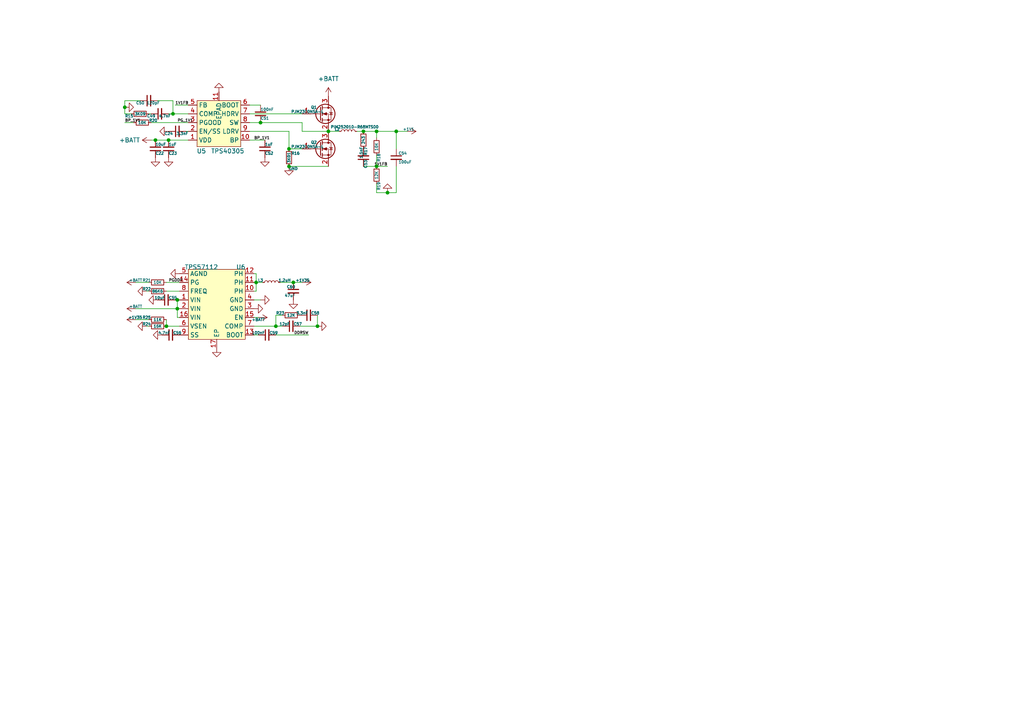
<source format=kicad_sch>
(kicad_sch (version 20230121) (generator eeschema)
  (paper "A4")
  (lib_symbols
    (symbol "Device:C_Small" (pin_numbers hide) (pin_names (offset 0.254) hide)
      (property "Reference" "C" (at 0.254 1.778 0))
      (property "Value" "C_Small" (at 0.254 -2.032 0))
      (symbol "C_Small_0_1"
        (polyline (pts (xy -1.524 -0.508) (xy 1.524 -0.508)) (stroke (width 0.3302)))
        (polyline (pts (xy -1.524 0.508) (xy 1.524 0.508)) (stroke (width 0.3048)))
      )
      (symbol "C_Small_1_1"
        (pin passive line (at 0 2.54 270) (length 2.032) (name "~") (number "1"))
        (pin passive line (at 0 -2.54 90) (length 2.032) (name "~") (number "2"))
      )
    )
    (symbol "Device:L_Small" (pin_numbers hide) (pin_names (offset 0.254) hide)
      (property "Reference" "L" (at 0.762 1.016 0))
      (property "Value" "L_Small" (at 0.762 -1.016 0))
      (symbol "L_Small_0_1"
        (arc (start 0 -2.032) (mid 0.5058 -1.524) (end 0 -1.016))
        (arc (start 0 -1.016) (mid 0.5058 -0.508) (end 0 0))
        (arc (start 0 0) (mid 0.5058 0.508) (end 0 1.016))
        (arc (start 0 1.016) (mid 0.5058 1.524) (end 0 2.032))
      )
      (symbol "L_Small_1_1"
        (pin passive line (at 0 2.54 270) (length 0.508) (name "~") (number "1"))
        (pin passive line (at 0 -2.54 90) (length 0.508) (name "~") (number "2"))
      )
    )
    (symbol "Device:Q_NMOS_GSD" (pin_names (offset 0) hide)
      (property "Reference" "Q" (at 5.08 1.27 0))
      (property "Value" "Q_NMOS_GSD" (at 5.08 -1.27 0))
      (symbol "Q_NMOS_GSD_0_1"
        (polyline (pts (xy 0.254 0) (xy -2.54 0)))
        (polyline (pts (xy 0.254 1.905) (xy 0.254 -1.905)) (stroke (width 0.254)))
        (polyline (pts (xy 0.762 -1.27) (xy 0.762 -2.286)) (stroke (width 0.254)))
        (polyline (pts (xy 0.762 0.508) (xy 0.762 -0.508)) (stroke (width 0.254)))
        (polyline (pts (xy 0.762 2.286) (xy 0.762 1.27)) (stroke (width 0.254)))
        (polyline (pts (xy 2.54 2.54) (xy 2.54 1.778)))
        (polyline (pts (xy 2.54 -2.54) (xy 2.54 0) (xy 0.762 0)))
        (polyline (pts (xy 0.762 -1.778) (xy 3.302 -1.778) (xy 3.302 1.778) (xy 0.762 1.778)))
        (polyline (pts (xy 1.016 0) (xy 2.032 0.381) (xy 2.032 -0.381) (xy 1.016 0)) (fill (type outline)))
        (polyline (pts (xy 2.794 0.508) (xy 2.921 0.381) (xy 3.683 0.381) (xy 3.81 0.254)))
        (polyline (pts (xy 3.302 0.381) (xy 2.921 -0.254) (xy 3.683 -0.254) (xy 3.302 0.381)))
        (circle (center 1.651 0) (radius 2.794) (stroke (width 0.254)))
        (circle (center 2.54 -1.778) (radius 0.254) (fill (type outline)))
        (circle (center 2.54 1.778) (radius 0.254) (fill (type outline)))
      )
      (symbol "Q_NMOS_GSD_1_1"
        (pin input line (at -5.08 0 0) (length 2.54) (name "G") (number "1"))
        (pin passive line (at 2.54 -5.08 90) (length 2.54) (name "S") (number "2"))
        (pin passive line (at 2.54 5.08 270) (length 2.54) (name "D") (number "3"))
      )
    )
    (symbol "Device:R_Small" (pin_numbers hide) (pin_names (offset 0.254) hide)
      (property "Reference" "R" (at 0.762 0.508 0))
      (property "Value" "R_Small" (at 0.762 -1.016 0))
      (symbol "R_Small_0_1"
        (rectangle (start -0.762 1.778) (end 0.762 -1.778) (stroke (width 0.2032)))
      )
      (symbol "R_Small_1_1"
        (pin passive line (at 0 2.54 270) (length 0.762) (name "~") (number "1"))
        (pin passive line (at 0 -2.54 90) (length 0.762) (name "~") (number "2"))
      )
    )
    (symbol "Project_Symbols:TPS40305"
      (property "Reference" "U" (at 0 3.175 0))
      (property "Value" "TPS40305" (at 0 1.27 0))
      (symbol "TPS40305_0_1"
        (rectangle (start -6.35 0) (end 6.35 -13.335) (fill (type background)))
      )
      (symbol "TPS40305_1_1"
        (pin input line (at -8.89 -1.905 0) (length 2.54) (name "VDD") (number "1"))
        (pin output line (at 8.89 -1.905 180) (length 2.54) (name "BP") (number "10"))
        (pin passive line (at 0 -15.875 90) (length 2.54) (name "EPAD") (number "11"))
        (pin input line (at -8.89 -4.445 0) (length 2.54) (name "EN/SS") (number "2"))
        (pin output line (at -8.89 -6.985 0) (length 2.54) (name "PGOOD") (number "3"))
        (pin output line (at -8.89 -9.525 0) (length 2.54) (name "COMP") (number "4"))
        (pin input line (at -8.89 -12.065 0) (length 2.54) (name "FB") (number "5"))
        (pin input line (at 8.89 -12.065 180) (length 2.54) (name "BOOT") (number "6"))
        (pin output line (at 8.89 -9.525 180) (length 2.54) (name "HDRV") (number "7"))
        (pin output line (at 8.89 -6.985 180) (length 2.54) (name "SW") (number "8"))
        (pin output line (at 8.89 -4.445 180) (length 2.54) (name "LDRV") (number "9"))
      )
    )
    (symbol "Project_Symbols:TPS57112"
      (property "Reference" "U" (at 0 2.54 0))
      (property "Value" "TPS57112" (at 0 0.635 0))
      (symbol "TPS57112_0_1"
        (rectangle (start -8.255 0) (end 8.255 -20.32) (fill (type background)))
      )
      (symbol "TPS57112_1_1"
        (pin input line (at -10.795 -8.89 0) (length 2.54) (name "VIN") (number "1"))
        (pin output line (at 10.795 -6.35 180) (length 2.54) (name "PH") (number "10"))
        (pin output line (at 10.795 -3.81 180) (length 2.54) (name "PH") (number "11"))
        (pin output line (at 10.795 -1.27 180) (length 2.54) (name "PH") (number "12"))
        (pin output line (at 10.795 -19.05 180) (length 2.54) (name "BOOT") (number "13"))
        (pin output line (at -10.795 -3.81 0) (length 2.54) (name "PG") (number "14"))
        (pin input line (at 10.795 -13.97 180) (length 2.54) (name "EN") (number "15"))
        (pin input line (at -10.795 -13.97 0) (length 2.54) (name "VIN") (number "16"))
        (pin passive line (at 0 -22.86 90) (length 2.54) (name "EP") (number "17"))
        (pin input line (at -10.795 -11.43 0) (length 2.54) (name "VIN") (number "2"))
        (pin passive line (at 10.795 -11.43 180) (length 2.54) (name "GND") (number "3"))
        (pin passive line (at 10.795 -8.89 180) (length 2.54) (name "GND") (number "4"))
        (pin passive line (at -10.795 -1.27 0) (length 2.54) (name "AGND") (number "5"))
        (pin input line (at -10.795 -16.51 0) (length 2.54) (name "VSEN") (number "6"))
        (pin output line (at 10.795 -16.51 180) (length 2.54) (name "COMP") (number "7"))
        (pin input line (at -10.795 -6.35 0) (length 2.54) (name "FREQ") (number "8"))
        (pin input line (at -10.795 -19.05 0) (length 2.54) (name "SS") (number "9"))
      )
    )
    (symbol "power:+1V1" (power) (pin_names (offset 0))
      (property "Value" "+1V1" (at 0 3.556 0))
      (symbol "+1V1_0_1"
        (polyline (pts (xy -0.762 1.27) (xy 0 2.54)))
        (polyline (pts (xy 0 0) (xy 0 2.54)))
        (polyline (pts (xy 0 2.54) (xy 0.762 1.27)))
      )
      (symbol "+1V1_1_1"
        (pin power_in line (at 0 0 90) (length 0) hide (name "+1V1") (number "1"))
      )
    )
    (symbol "power:+1V35" (power) (pin_names (offset 0))
      (property "Value" "+1V35" (at 0 3.556 0))
      (symbol "+1V35_0_1"
        (polyline (pts (xy -0.762 1.27) (xy 0 2.54)))
        (polyline (pts (xy 0 0) (xy 0 2.54)))
        (polyline (pts (xy 0 2.54) (xy 0.762 1.27)))
      )
      (symbol "+1V35_1_1"
        (pin power_in line (at 0 0 90) (length 0) hide (name "+1V35") (number "1"))
      )
    )
    (symbol "power:+BATT" (power) (pin_names (offset 0))
      (property "Value" "+BATT" (at 0 3.556 0))
      (symbol "+BATT_0_1"
        (polyline (pts (xy -0.762 1.27) (xy 0 2.54)))
        (polyline (pts (xy 0 0) (xy 0 2.54)))
        (polyline (pts (xy 0 2.54) (xy 0.762 1.27)))
      )
      (symbol "+BATT_1_1"
        (pin power_in line (at 0 0 90) (length 0) hide (name "+BATT") (number "1"))
      )
    )
    (symbol "power:GND" (power) (pin_names (offset 0))
      (property "Value" "GND" (at 0 -3.81 0))
      (symbol "GND_0_1"
        (polyline (pts (xy 0 0) (xy 0 -1.27) (xy 1.27 -1.27) (xy 0 -2.54) (xy -1.27 -1.27) (xy 0 -1.27)))
      )
      (symbol "GND_1_1"
        (pin power_in line (at 0 0 270) (length 0) hide (name "GND") (number "1"))
      )
    )
  )
  (junction (at 109.22 38.1))
  (junction (at 51.435 89.535))
  (junction (at 112.395 55.88))
  (junction (at 36.195 31.115))
  (junction (at 48.895 40.64))
  (junction (at 45.085 40.64))
  (junction (at 105.41 38.1))
  (junction (at 83.82 48.26))
  (junction (at 51.435 86.995))
  (junction (at 85.09 81.915))
  (junction (at 95.25 38.1))
  (junction (at 48.26 94.615))
  (junction (at 92.075 94.615))
  (junction (at 75.565 35.56))
  (junction (at 74.295 81.915))
  (junction (at 109.22 48.26))
  (junction (at 83.82 43.18))
  (junction (at 80.01 94.615))
  (junction (at 50.165 33.02))
  (junction (at 114.935 38.1))
  (wire (pts (xy 73.66 94.615) (xy 80.01 94.615)))
  (wire (pts (xy 109.22 45.085) (xy 109.22 48.26)))
  (wire (pts (xy 72.39 40.64) (xy 76.835 40.64)))
  (wire (pts (xy 73.66 86.995) (xy 75.565 86.995)))
  (wire (pts (xy 51.435 86.995) (xy 51.435 89.535)))
  (wire (pts (xy 74.295 81.915) (xy 76.2 81.915)))
  (wire (pts (xy 45.085 40.64) (xy 48.895 40.64)))
  (wire (pts (xy 103.505 38.1) (xy 105.41 38.1)))
  (wire (pts (xy 74.295 81.915) (xy 74.295 84.455)))
  (wire (pts (xy 48.26 94.615) (xy 52.07 94.615)))
  (wire (pts (xy 83.82 43.18) (xy 87.63 43.18)))
  (wire (pts (xy 39.37 92.71) (xy 43.18 92.71)))
  (wire (pts (xy 80.01 94.615) (xy 81.915 94.615)))
  (wire (pts (xy 51.435 86.995) (xy 52.07 86.995)))
  (wire (pts (xy 105.41 38.1) (xy 109.22 38.1)))
  (wire (pts (xy 48.26 81.915) (xy 52.07 81.915)))
  (wire (pts (xy 83.82 38.1) (xy 83.82 43.18)))
  (wire (pts (xy 73.66 97.155) (xy 74.93 97.155)))
  (wire (pts (xy 109.22 48.26) (xy 105.41 48.26)))
  (wire (pts (xy 80.01 91.44) (xy 80.01 94.615)))
  (wire (pts (xy 51.435 89.535) (xy 51.435 92.075)))
  (wire (pts (xy 48.895 40.64) (xy 54.61 40.64)))
  (wire (pts (xy 87.63 35.56) (xy 87.63 38.1)))
  (wire (pts (xy 72.39 30.48) (xy 75.565 30.48)))
  (wire (pts (xy 112.395 48.26) (xy 109.22 48.26)))
  (wire (pts (xy 74.295 79.375) (xy 73.66 79.375)))
  (wire (pts (xy 42.545 94.615) (xy 43.18 94.615)))
  (wire (pts (xy 74.295 81.915) (xy 73.66 81.915)))
  (wire (pts (xy 51.435 92.075) (xy 52.07 92.075)))
  (wire (pts (xy 74.295 84.455) (xy 73.66 84.455)))
  (wire (pts (xy 43.815 35.56) (xy 54.61 35.56)))
  (wire (pts (xy 36.195 31.115) (xy 36.195 33.02)))
  (wire (pts (xy 114.935 48.26) (xy 114.935 55.88)))
  (wire (pts (xy 53.975 38.1) (xy 54.61 38.1)))
  (wire (pts (xy 109.22 55.88) (xy 109.22 53.34)))
  (wire (pts (xy 114.935 55.88) (xy 112.395 55.88)))
  (wire (pts (xy 75.565 35.56) (xy 87.63 35.56)))
  (wire (pts (xy 50.165 29.21) (xy 50.165 33.02)))
  (wire (pts (xy 48.26 84.455) (xy 52.07 84.455)))
  (wire (pts (xy 50.8 30.48) (xy 54.61 30.48)))
  (wire (pts (xy 36.195 33.02) (xy 38.1 33.02)))
  (wire (pts (xy 74.295 79.375) (xy 74.295 81.915)))
  (wire (pts (xy 50.165 33.02) (xy 54.61 33.02)))
  (wire (pts (xy 72.39 33.02) (xy 87.63 33.02)))
  (wire (pts (xy 86.995 94.615) (xy 92.075 94.615)))
  (wire (pts (xy 45.72 29.21) (xy 50.165 29.21)))
  (wire (pts (xy 40.64 29.21) (xy 36.195 29.21)))
  (wire (pts (xy 109.22 38.1) (xy 109.22 40.005)))
  (wire (pts (xy 48.26 92.71) (xy 48.26 94.615)))
  (wire (pts (xy 81.915 91.44) (xy 80.01 91.44)))
  (wire (pts (xy 36.195 29.21) (xy 36.195 31.115)))
  (wire (pts (xy 83.82 48.26) (xy 95.25 48.26)))
  (wire (pts (xy 51.435 89.535) (xy 52.07 89.535)))
  (wire (pts (xy 87.63 38.1) (xy 95.25 38.1)))
  (wire (pts (xy 36.195 35.56) (xy 38.735 35.56)))
  (wire (pts (xy 114.935 43.18) (xy 114.935 38.1)))
  (wire (pts (xy 114.935 38.1) (xy 118.11 38.1)))
  (wire (pts (xy 80.01 97.155) (xy 89.535 97.155)))
  (wire (pts (xy 43.18 33.02) (xy 43.815 33.02)))
  (wire (pts (xy 85.09 81.915) (xy 87.63 81.915)))
  (wire (pts (xy 81.28 81.915) (xy 85.09 81.915)))
  (wire (pts (xy 43.815 40.64) (xy 45.085 40.64)))
  (wire (pts (xy 39.37 89.535) (xy 51.435 89.535)))
  (wire (pts (xy 95.25 38.1) (xy 98.425 38.1)))
  (wire (pts (xy 109.22 38.1) (xy 114.935 38.1)))
  (wire (pts (xy 73.66 92.075) (xy 74.93 92.075)))
  (wire (pts (xy 92.075 91.44) (xy 92.075 94.615)))
  (wire (pts (xy 72.39 35.56) (xy 75.565 35.56)))
  (wire (pts (xy 39.37 81.915) (xy 43.18 81.915)))
  (wire (pts (xy 50.165 33.02) (xy 48.895 33.02)))
  (wire (pts (xy 50.8 86.995) (xy 51.435 86.995)))
  (wire (pts (xy 72.39 38.1) (xy 83.82 38.1)))
  (wire (pts (xy 112.395 55.88) (xy 109.22 55.88)))
  (wire (pts (xy 42.545 84.455) (xy 43.18 84.455)))
  (label "1V1FB" (at 112.395 48.26 180) (effects (font (size 0.8 0.8))))
  (label "1V1FB" (at 50.8 30.48 0) (effects (font (size 0.8 0.8))))
  (label "PGDDR" (at 48.895 81.915 0) (effects (font (size 0.8 0.8))))
  (label "DDRSW" (at 89.535 97.155 180) (effects (font (size 0.8 0.8))))
  (label "PG_1V1" (at 51.435 35.56 0) (effects (font (size 0.8 0.8))))
  (label "BP_1V1" (at 36.195 35.56 0) (effects (font (size 0.8 0.8))))
  (label "BP_1V1" (at 73.66 40.64 0) (effects (font (size 0.8 0.8))))
  (symbol (lib_id "Device:R_Small") (at 109.22 50.8 0) (mirror x) (unit 1)
    (property "Reference" "R19" (at 109.855 53.975 90) (effects (font (size 0.8 0.8))))
    (property "Value" "12K" (at 109.22 50.8 90) (effects (font (size 0.8 0.8))))
  )
  (symbol (lib_id "power:GND") (at 45.72 86.995 270) (unit 1)
    (property "Reference" "#PWR063" (effects hide))
    (property "Value" "GND" (effects hide))
  )
  (symbol (lib_id "Device:R_Small") (at 109.22 42.545 0) (mirror x) (unit 1)
    (property "Reference" "R18" (at 109.855 45.72 90) (effects (font (size 0.8 0.8))))
    (property "Value" "10K" (at 109.22 42.545 90) (effects (font (size 0.8 0.8))))
  )
  (symbol (lib_id "power:GND") (at 42.545 94.615 270) (unit 1)
    (property "Reference" "#PWR068" (effects hide))
    (property "Value" "GND" (effects hide))
  )
  (symbol (lib_id "Device:R_Small") (at 41.275 35.56 90) (unit 1)
    (property "Reference" "R20" (at 44.45 34.925 90) (effects (font (size 0.8 0.8))))
    (property "Value" "10K" (at 41.275 35.56 90) (effects (font (size 0.8 0.8))))
  )
  (symbol (lib_id "power:GND") (at 46.99 97.155 270) (unit 1)
    (property "Reference" "#PWR065" (effects hide))
    (property "Value" "GND" (effects hide))
  )
  (symbol (lib_id "Device:Q_NMOS_GSD") (at 92.71 33.02 0) (unit 1)
    (property "Reference" "Q1" (at 90.17 31.115 0) (effects (font (size 0.8 0.8)) (justify left)))
    (property "Value" "PJM2300NSA-L" (at 84.455 32.385 0) (effects (font (size 0.8 0.8)) (justify left)))
  )
  (symbol (lib_id "Device:Q_NMOS_GSD") (at 92.71 43.18 0) (unit 1)
    (property "Reference" "Q2" (at 90.17 41.275 0) (effects (font (size 0.8 0.8)) (justify left)))
    (property "Value" "PJM2300NSA-L" (at 84.455 42.545 0) (effects (font (size 0.8 0.8)) (justify left)))
  )
  (symbol (lib_id "power:GND") (at 83.82 48.26 0) (unit 1)
    (property "Reference" "#PWR053" (effects hide))
    (property "Value" "GND" (at 85.09 48.895 0) (effects (font (size 0.8 0.8))))
  )
  (symbol (lib_id "Device:R_Small") (at 45.72 81.915 90) (unit 1)
    (property "Reference" "R21" (at 42.545 81.28 90) (effects (font (size 0.8 0.8))))
    (property "Value" "10K" (at 45.72 81.915 90) (effects (font (size 0.8 0.8))))
  )
  (symbol (lib_id "power:GND") (at 45.085 45.72 0) (mirror y) (unit 1)
    (property "Reference" "#PWR047" (effects hide))
    (property "Value" "GND" (effects hide))
  )
  (symbol (lib_id "power:+BATT") (at 74.93 92.075 270) (mirror x) (unit 1)
    (property "Reference" "#PWR066" (effects hide))
    (property "Value" "+BATT" (at 73.025 92.71 90) (effects (font (size 0.8 0.8)) (justify left)))
  )
  (symbol (lib_id "Device:C_Small") (at 84.455 94.615 90) (unit 1)
    (property "Reference" "C57" (at 86.36 93.98 90) (effects (font (size 0.8 0.8))))
    (property "Value" "12pF" (at 82.55 93.98 90) (effects (font (size 0.8 0.8))))
  )
  (symbol (lib_id "Device:C_Small") (at 48.895 43.18 0) (mirror x) (unit 1)
    (property "Reference" "C23" (at 48.895 44.45 0) (effects (font (size 0.8 0.8)) (justify left)))
    (property "Value" "1uF" (at 48.895 41.91 0) (effects (font (size 0.8 0.8)) (justify left)))
  )
  (symbol (lib_id "power:GND") (at 92.075 94.615 90) (unit 1)
    (property "Reference" "#PWR067" (effects hide))
    (property "Value" "GND" (effects hide))
  )
  (symbol (lib_id "Device:R_Small") (at 45.72 84.455 90) (unit 1)
    (property "Reference" "R22" (at 42.545 83.82 90) (effects (font (size 0.8 0.8))))
    (property "Value" "86K6" (at 45.72 84.455 90) (effects (font (size 0.8 0.8))))
  )
  (symbol (lib_id "power:+BATT") (at 39.37 81.915 90) (mirror x) (unit 1)
    (property "Reference" "#PWR061" (effects hide))
    (property "Value" "+BATT" (at 41.275 81.28 90) (effects (font (size 0.8 0.8)) (justify left)))
  )
  (symbol (lib_id "power:GND") (at 63.5 26.67 0) (mirror x) (unit 1)
    (property "Reference" "#PWR056" (effects hide))
    (property "Value" "GND" (effects hide))
  )
  (symbol (lib_id "power:+BATT") (at 39.37 89.535 90) (mirror x) (unit 1)
    (property "Reference" "#PWR062" (effects hide))
    (property "Value" "+BATT" (at 41.275 88.9 90) (effects (font (size 0.8 0.8)) (justify left)))
  )
  (symbol (lib_id "power:GND") (at 75.565 86.995 90) (unit 1)
    (property "Reference" "#PWR060" (effects hide))
    (property "Value" "GND" (effects hide))
  )
  (symbol (lib_id "power:+1V35") (at 39.37 92.71 90) (unit 1)
    (property "Reference" "#PWR071" (effects hide))
    (property "Value" "+1V35" (at 41.275 92.075 90) (effects (font (size 0.8 0.8)) (justify left)))
  )
  (symbol (lib_id "power:GND") (at 36.195 31.115 90) (mirror x) (unit 1)
    (property "Reference" "#PWR050" (effects hide))
    (property "Value" "GND" (effects hide))
  )
  (symbol (lib_id "Device:R_Small") (at 40.64 33.02 90) (mirror x) (unit 1)
    (property "Reference" "R15" (at 37.465 33.655 90) (effects (font (size 0.8 0.8))))
    (property "Value" "3K09" (at 40.64 33.02 90) (effects (font (size 0.8 0.8))))
  )
  (symbol (lib_id "Device:C_Small") (at 45.085 43.18 0) (mirror x) (unit 1)
    (property "Reference" "C22" (at 45.085 44.45 0) (effects (font (size 0.8 0.8)) (justify left)))
    (property "Value" "10uF" (at 45.085 41.91 0) (effects (font (size 0.8 0.8)) (justify left)))
  )
  (symbol (lib_id "Device:C_Small") (at 77.47 97.155 90) (unit 1)
    (property "Reference" "C59" (at 79.375 96.52 90) (effects (font (size 0.8 0.8))))
    (property "Value" "100nF" (at 74.93 96.52 90) (effects (font (size 0.8 0.8))))
  )
  (symbol (lib_id "power:GND") (at 112.395 55.88 0) (mirror x) (unit 1)
    (property "Reference" "#PWR054" (effects hide))
    (property "Value" "GND" (effects hide))
  )
  (symbol (lib_id "Device:C_Small") (at 48.26 86.995 90) (unit 1)
    (property "Reference" "C55" (at 50.165 86.36 90) (effects (font (size 0.8 0.8))))
    (property "Value" "10uF" (at 46.355 86.36 90) (effects (font (size 0.8 0.8))))
  )
  (symbol (lib_id "power:GND") (at 48.895 38.1 270) (mirror x) (unit 1)
    (property "Reference" "#PWR049" (effects hide))
    (property "Value" "GND" (effects hide))
  )
  (symbol (lib_id "Device:C_Small") (at 89.535 91.44 90) (unit 1)
    (property "Reference" "C58" (at 91.44 90.805 90) (effects (font (size 0.8 0.8))))
    (property "Value" "3.3nF" (at 87.63 90.805 90) (effects (font (size 0.8 0.8))))
  )
  (symbol (lib_id "Device:C_Small") (at 46.355 33.02 90) (mirror x) (unit 1)
    (property "Reference" "C49" (at 45.085 33.655 90) (effects (font (size 0.8 0.8)) (justify left)))
    (property "Value" "4.7nF" (at 49.53 33.655 90) (effects (font (size 0.8 0.8)) (justify left)))
  )
  (symbol (lib_id "Device:C_Small") (at 114.935 45.72 0) (unit 1)
    (property "Reference" "C54" (at 115.57 44.45 0) (effects (font (size 0.8 0.8)) (justify left)))
    (property "Value" "100uF" (at 115.57 46.99 0) (effects (font (size 0.8 0.8)) (justify left)))
  )
  (symbol (lib_id "Project_Symbols:TPS57112") (at 62.865 78.105 0) (unit 1)
    (property "Reference" "U6" (at 69.85 77.47 0))
    (property "Value" "TPS57112" (at 58.42 77.47 0))
  )
  (symbol (lib_id "Device:R_Small") (at 45.72 92.71 90) (unit 1)
    (property "Reference" "R25" (at 42.545 92.075 90) (effects (font (size 0.8 0.8))))
    (property "Value" "11K" (at 45.72 92.71 90) (effects (font (size 0.8 0.8))))
  )
  (symbol (lib_id "Device:L_Small") (at 78.74 81.915 90) (unit 1)
    (property "Reference" "L3" (at 75.565 81.28 90) (effects (font (size 0.8 0.8))))
    (property "Value" "1.2uH" (at 82.55 81.28 90) (effects (font (size 0.8 0.8))))
  )
  (symbol (lib_id "Project_Symbols:TPS40305") (at 63.5 42.545 0) (mirror x) (unit 1)
    (property "Reference" "U5" (at 58.42 43.815 0))
    (property "Value" "TPS40305" (at 66.04 43.815 0))
  )
  (symbol (lib_id "power:GND") (at 48.895 45.72 0) (mirror y) (unit 1)
    (property "Reference" "#PWR048" (effects hide))
    (property "Value" "GND" (effects hide))
  )
  (symbol (lib_id "Device:C_Small") (at 51.435 38.1 90) (mirror x) (unit 1)
    (property "Reference" "C24" (at 50.165 38.735 90) (effects (font (size 0.8 0.8)) (justify left)))
    (property "Value" "3.3nF" (at 54.61 38.735 90) (effects (font (size 0.8 0.8)) (justify left)))
  )
  (symbol (lib_id "Device:R_Small") (at 45.72 94.615 90) (unit 1)
    (property "Reference" "R24" (at 42.545 93.98 90) (effects (font (size 0.8 0.8))))
    (property "Value" "16K" (at 45.72 94.615 90) (effects (font (size 0.8 0.8))))
  )
  (symbol (lib_id "power:GND") (at 42.545 84.455 270) (unit 1)
    (property "Reference" "#PWR064" (effects hide))
    (property "Value" "GND" (effects hide))
  )
  (symbol (lib_id "power:GND") (at 76.835 45.72 0) (mirror y) (unit 1)
    (property "Reference" "#PWR052" (effects hide))
    (property "Value" "GND" (effects hide))
  )
  (symbol (lib_id "power:GND") (at 52.07 79.375 270) (unit 1)
    (property "Reference" "#PWR057" (effects hide))
    (property "Value" "GND" (effects hide))
  )
  (symbol (lib_id "power:GND") (at 62.865 100.965 0) (unit 1)
    (property "Reference" "#PWR058" (effects hide))
    (property "Value" "GND" (effects hide))
  )
  (symbol (lib_id "Device:C_Small") (at 49.53 97.155 90) (unit 1)
    (property "Reference" "C56" (at 51.435 96.52 90) (effects (font (size 0.8 0.8))))
    (property "Value" "4.7nF" (at 47.625 96.52 90) (effects (font (size 0.8 0.8))))
  )
  (symbol (lib_id "Device:C_Small") (at 43.18 29.21 90) (mirror x) (unit 1)
    (property "Reference" "C50" (at 41.91 29.845 90) (effects (font (size 0.8 0.8)) (justify left)))
    (property "Value" "120pF" (at 46.355 29.845 90) (effects (font (size 0.8 0.8)) (justify left)))
  )
  (symbol (lib_id "Device:R_Small") (at 105.41 40.64 0) (mirror x) (unit 1)
    (property "Reference" "R17" (at 106.045 43.815 90) (effects (font (size 0.8 0.8))))
    (property "Value" "243" (at 105.41 40.64 90) (effects (font (size 0.8 0.8))))
  )
  (symbol (lib_id "power:+BATT") (at 95.25 27.94 0) (mirror y) (unit 1)
    (property "Reference" "#PWR051" (effects hide))
    (property "Value" "+BATT" (at 95.25 22.86 0))
  )
  (symbol (lib_id "Device:C_Small") (at 105.41 45.72 0) (mirror x) (unit 1)
    (property "Reference" "C53" (at 106.045 46.355 90) (effects (font (size 0.8 0.8)) (justify left)))
    (property "Value" "1.5nF" (at 104.775 42.545 90) (effects (font (size 0.8 0.8)) (justify left)))
  )
  (symbol (lib_id "Device:C_Small") (at 85.09 84.455 0) (unit 1)
    (property "Reference" "C60" (at 83.185 83.185 0) (effects (font (size 0.8 0.8)) (justify left)))
    (property "Value" "47uF" (at 82.55 85.725 0) (effects (font (size 0.8 0.8)) (justify left)))
  )
  (symbol (lib_id "Device:C_Small") (at 76.835 43.18 0) (mirror x) (unit 1)
    (property "Reference" "C52" (at 76.835 44.45 0) (effects (font (size 0.8 0.8)) (justify left)))
    (property "Value" "1uF" (at 76.835 41.91 0) (effects (font (size 0.8 0.8)) (justify left)))
  )
  (symbol (lib_id "Device:R_Small") (at 83.82 45.72 0) (mirror x) (unit 1)
    (property "Reference" "R16" (at 85.725 44.45 0) (effects (font (size 0.8 0.8))))
    (property "Value" "3K01" (at 83.82 45.72 90) (effects (font (size 0.8 0.8))))
  )
  (symbol (lib_id "power:+BATT") (at 43.815 40.64 90) (mirror x) (unit 1)
    (property "Reference" "#PWR046" (effects hide))
    (property "Value" "+BATT" (at 40.64 40.64 90) (effects (justify left)))
  )
  (symbol (lib_id "power:+1V1") (at 118.11 38.1 270) (unit 1)
    (property "Reference" "#PWR055" (effects hide))
    (property "Value" "+1V1" (at 116.84 37.465 90) (effects (font (size 0.8 0.8)) (justify left)))
  )
  (symbol (lib_id "power:+1V35") (at 87.63 81.915 270) (unit 1)
    (property "Reference" "#PWR069" (effects hide))
    (property "Value" "+1V35" (at 85.725 81.28 90) (effects (font (size 0.8 0.8)) (justify left)))
  )
  (symbol (lib_id "Device:C_Small") (at 75.565 33.02 0) (mirror x) (unit 1)
    (property "Reference" "C51" (at 75.565 34.29 0) (effects (font (size 0.8 0.8)) (justify left)))
    (property "Value" "100nF" (at 75.565 31.75 0) (effects (font (size 0.8 0.8)) (justify left)))
  )
  (symbol (lib_id "power:GND") (at 73.66 89.535 90) (unit 1)
    (property "Reference" "#PWR059" (effects hide))
    (property "Value" "GND" (effects hide))
  )
  (symbol (lib_id "power:GND") (at 85.09 86.995 0) (unit 1)
    (property "Reference" "#PWR070" (effects hide))
    (property "Value" "GND" (effects hide))
  )
  (symbol (lib_id "Device:R_Small") (at 84.455 91.44 90) (unit 1)
    (property "Reference" "R23" (at 81.28 90.805 90) (effects (font (size 0.8 0.8))))
    (property "Value" "12K" (at 84.455 91.44 90) (effects (font (size 0.8 0.8))))
  )
  (symbol (lib_id "Device:L_Small") (at 100.965 38.1 90) (unit 1)
    (property "Reference" "L2" (at 97.79 37.465 90) (effects (font (size 0.8 0.8))))
    (property "Value" "PIM252010-R68MTS00" (at 102.87 36.83 90) (effects (font (size 0.8 0.8))))
  )
)
</source>
